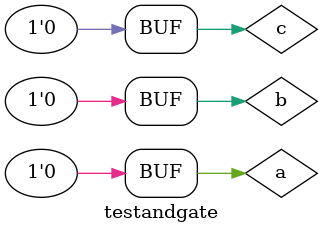
<source format=v>

module andgate2 ( output s, 
input p, 
input q);
assign s = (p & q);
 
endmodule // andgate

module andgate3 ( output s, 
input p, 
input q,
input r); 
wire a;

andgate2 and21(a, p, q);
andgate2 and22(s, a, r); 
endmodule // andgate

// --------------------- 
// -- test and gate 
// --------------------- 

module testandgate; 
// ------------------------- dados locais 
reg a, b, c; // definir registradores 
wire s; // definir conexao (fio) 
// ------------------------- instancia 
andgate3 AND3 (s, a, b, c); 
// ------------------------- preparacao 
initial begin:start 
// atribuicao simultanea 
// dos valores iniciais 
a=0; b=0; c=0;
end //

// ------------------------- parte principal 
initial begin 
$display("Exercicio0009 -Fabio Fiuza Pereira - 406087"); 
$display("Test AND gate"); 
$display("\na & b & c = s\n"); 
a=0; b=0; c=0;
#1 $monitor("%b & %b & %b = %b", a, b, c, s); 
#1 a=0; b=0; c=1; 
#1 a=0; b=1; c=1;
#1 a=1; b=0; c=0;
#1 a=1; b=1; c=0;
#1 a=1; b=0; c=1;
#1 a=1; b=1; c=1;
#1 a=0; b=0; c=0;


end 
endmodule // testandgate 
</source>
